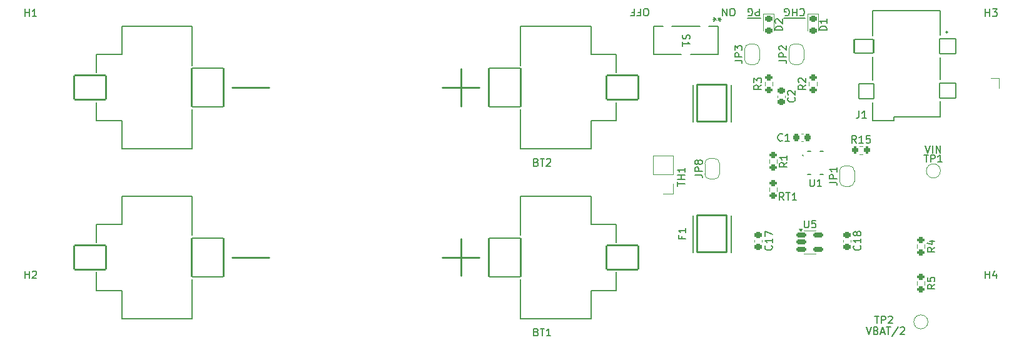
<source format=gto>
%TF.GenerationSoftware,KiCad,Pcbnew,8.0.5*%
%TF.CreationDate,2024-12-09T00:18:15-08:00*%
%TF.ProjectId,newbatt,6e657762-6174-4742-9e6b-696361645f70,3*%
%TF.SameCoordinates,Original*%
%TF.FileFunction,Legend,Top*%
%TF.FilePolarity,Positive*%
%FSLAX46Y46*%
G04 Gerber Fmt 4.6, Leading zero omitted, Abs format (unit mm)*
G04 Created by KiCad (PCBNEW 8.0.5) date 2024-12-09 00:18:15*
%MOMM*%
%LPD*%
G01*
G04 APERTURE LIST*
G04 Aperture macros list*
%AMRoundRect*
0 Rectangle with rounded corners*
0 $1 Rounding radius*
0 $2 $3 $4 $5 $6 $7 $8 $9 X,Y pos of 4 corners*
0 Add a 4 corners polygon primitive as box body*
4,1,4,$2,$3,$4,$5,$6,$7,$8,$9,$2,$3,0*
0 Add four circle primitives for the rounded corners*
1,1,$1+$1,$2,$3*
1,1,$1+$1,$4,$5*
1,1,$1+$1,$6,$7*
1,1,$1+$1,$8,$9*
0 Add four rect primitives between the rounded corners*
20,1,$1+$1,$2,$3,$4,$5,0*
20,1,$1+$1,$4,$5,$6,$7,0*
20,1,$1+$1,$6,$7,$8,$9,0*
20,1,$1+$1,$8,$9,$2,$3,0*%
%AMFreePoly0*
4,1,19,0.500000,-0.750000,0.000000,-0.750000,0.000000,-0.744911,-0.071157,-0.744911,-0.207708,-0.704816,-0.327430,-0.627875,-0.420627,-0.520320,-0.479746,-0.390866,-0.500000,-0.250000,-0.500000,0.250000,-0.479746,0.390866,-0.420627,0.520320,-0.327430,0.627875,-0.207708,0.704816,-0.071157,0.744911,0.000000,0.744911,0.000000,0.750000,0.500000,0.750000,0.500000,-0.750000,0.500000,-0.750000,
$1*%
%AMFreePoly1*
4,1,19,0.000000,0.744911,0.071157,0.744911,0.207708,0.704816,0.327430,0.627875,0.420627,0.520320,0.479746,0.390866,0.500000,0.250000,0.500000,-0.250000,0.479746,-0.390866,0.420627,-0.520320,0.327430,-0.627875,0.207708,-0.704816,0.071157,-0.744911,0.000000,-0.744911,0.000000,-0.750000,-0.500000,-0.750000,-0.500000,0.750000,0.000000,0.750000,0.000000,0.744911,0.000000,0.744911,
$1*%
G04 Aperture macros list end*
%ADD10C,0.250000*%
%ADD11C,0.150000*%
%ADD12C,0.120000*%
%ADD13C,0.127000*%
%ADD14C,0.152400*%
%ADD15C,0.200000*%
%ADD16C,0.000000*%
%ADD17C,1.500000*%
%ADD18FreePoly0,90.000000*%
%ADD19FreePoly1,90.000000*%
%ADD20RoundRect,0.102000X2.000000X-2.500000X2.000000X2.500000X-2.000000X2.500000X-2.000000X-2.500000X0*%
%ADD21C,3.600000*%
%ADD22C,5.700000*%
%ADD23R,0.558800X2.971800*%
%ADD24RoundRect,0.200000X0.275000X-0.200000X0.275000X0.200000X-0.275000X0.200000X-0.275000X-0.200000X0*%
%ADD25RoundRect,0.102000X2.150000X1.650000X-2.150000X1.650000X-2.150000X-1.650000X2.150000X-1.650000X0*%
%ADD26RoundRect,0.102000X2.150000X2.600000X-2.150000X2.600000X-2.150000X-2.600000X2.150000X-2.600000X0*%
%ADD27RoundRect,0.150000X-0.512500X-0.150000X0.512500X-0.150000X0.512500X0.150000X-0.512500X0.150000X0*%
%ADD28RoundRect,0.225000X-0.250000X0.225000X-0.250000X-0.225000X0.250000X-0.225000X0.250000X0.225000X0*%
%ADD29RoundRect,0.225000X0.225000X0.250000X-0.225000X0.250000X-0.225000X-0.250000X0.225000X-0.250000X0*%
%ADD30RoundRect,0.200000X-0.275000X0.200000X-0.275000X-0.200000X0.275000X-0.200000X0.275000X0.200000X0*%
%ADD31R,1.700000X1.700000*%
%ADD32O,1.700000X1.700000*%
%ADD33RoundRect,0.218750X-0.256250X0.218750X-0.256250X-0.218750X0.256250X-0.218750X0.256250X0.218750X0*%
%ADD34C,1.900000*%
%ADD35C,1.700000*%
%ADD36RoundRect,0.102000X1.100000X-1.000000X1.100000X1.000000X-1.100000X1.000000X-1.100000X-1.000000X0*%
%ADD37RoundRect,0.102000X1.300000X-0.950000X1.300000X0.950000X-1.300000X0.950000X-1.300000X-0.950000X0*%
%ADD38RoundRect,0.102000X1.000000X-1.000000X1.000000X1.000000X-1.000000X1.000000X-1.000000X-1.000000X0*%
%ADD39R,0.660400X0.304800*%
%ADD40C,0.508000*%
%ADD41R,0.939800X2.514600*%
%ADD42RoundRect,0.200000X-0.200000X-0.275000X0.200000X-0.275000X0.200000X0.275000X-0.200000X0.275000X0*%
G04 APERTURE END LIST*
D10*
X77750000Y-46500000D02*
X77750000Y-51500000D01*
X75250000Y-26000000D02*
X80250000Y-26000000D01*
X46750000Y-49000000D02*
X51750000Y-49000000D01*
X46750000Y-26000000D02*
X51750000Y-26000000D01*
X75250000Y-49000000D02*
X80250000Y-49000000D01*
X77750000Y-23500000D02*
X77750000Y-28500000D01*
D11*
X102902380Y-16295180D02*
X102711904Y-16295180D01*
X102711904Y-16295180D02*
X102616666Y-16247561D01*
X102616666Y-16247561D02*
X102521428Y-16152323D01*
X102521428Y-16152323D02*
X102473809Y-15961847D01*
X102473809Y-15961847D02*
X102473809Y-15628514D01*
X102473809Y-15628514D02*
X102521428Y-15438038D01*
X102521428Y-15438038D02*
X102616666Y-15342800D01*
X102616666Y-15342800D02*
X102711904Y-15295180D01*
X102711904Y-15295180D02*
X102902380Y-15295180D01*
X102902380Y-15295180D02*
X102997618Y-15342800D01*
X102997618Y-15342800D02*
X103092856Y-15438038D01*
X103092856Y-15438038D02*
X103140475Y-15628514D01*
X103140475Y-15628514D02*
X103140475Y-15961847D01*
X103140475Y-15961847D02*
X103092856Y-16152323D01*
X103092856Y-16152323D02*
X102997618Y-16247561D01*
X102997618Y-16247561D02*
X102902380Y-16295180D01*
X101711904Y-15818990D02*
X102045237Y-15818990D01*
X102045237Y-15295180D02*
X102045237Y-16295180D01*
X102045237Y-16295180D02*
X101569047Y-16295180D01*
X100854761Y-15818990D02*
X101188094Y-15818990D01*
X101188094Y-15295180D02*
X101188094Y-16295180D01*
X101188094Y-16295180D02*
X100711904Y-16295180D01*
X132607143Y-58454819D02*
X132940476Y-59454819D01*
X132940476Y-59454819D02*
X133273809Y-58454819D01*
X133940476Y-58931009D02*
X134083333Y-58978628D01*
X134083333Y-58978628D02*
X134130952Y-59026247D01*
X134130952Y-59026247D02*
X134178571Y-59121485D01*
X134178571Y-59121485D02*
X134178571Y-59264342D01*
X134178571Y-59264342D02*
X134130952Y-59359580D01*
X134130952Y-59359580D02*
X134083333Y-59407200D01*
X134083333Y-59407200D02*
X133988095Y-59454819D01*
X133988095Y-59454819D02*
X133607143Y-59454819D01*
X133607143Y-59454819D02*
X133607143Y-58454819D01*
X133607143Y-58454819D02*
X133940476Y-58454819D01*
X133940476Y-58454819D02*
X134035714Y-58502438D01*
X134035714Y-58502438D02*
X134083333Y-58550057D01*
X134083333Y-58550057D02*
X134130952Y-58645295D01*
X134130952Y-58645295D02*
X134130952Y-58740533D01*
X134130952Y-58740533D02*
X134083333Y-58835771D01*
X134083333Y-58835771D02*
X134035714Y-58883390D01*
X134035714Y-58883390D02*
X133940476Y-58931009D01*
X133940476Y-58931009D02*
X133607143Y-58931009D01*
X134559524Y-59169104D02*
X135035714Y-59169104D01*
X134464286Y-59454819D02*
X134797619Y-58454819D01*
X134797619Y-58454819D02*
X135130952Y-59454819D01*
X135321429Y-58454819D02*
X135892857Y-58454819D01*
X135607143Y-59454819D02*
X135607143Y-58454819D01*
X136940476Y-58407200D02*
X136083334Y-59692914D01*
X137226191Y-58550057D02*
X137273810Y-58502438D01*
X137273810Y-58502438D02*
X137369048Y-58454819D01*
X137369048Y-58454819D02*
X137607143Y-58454819D01*
X137607143Y-58454819D02*
X137702381Y-58502438D01*
X137702381Y-58502438D02*
X137750000Y-58550057D01*
X137750000Y-58550057D02*
X137797619Y-58645295D01*
X137797619Y-58645295D02*
X137797619Y-58740533D01*
X137797619Y-58740533D02*
X137750000Y-58883390D01*
X137750000Y-58883390D02*
X137178572Y-59454819D01*
X137178572Y-59454819D02*
X137797619Y-59454819D01*
X123614285Y-15390419D02*
X123661904Y-15342800D01*
X123661904Y-15342800D02*
X123804761Y-15295180D01*
X123804761Y-15295180D02*
X123899999Y-15295180D01*
X123899999Y-15295180D02*
X124042856Y-15342800D01*
X124042856Y-15342800D02*
X124138094Y-15438038D01*
X124138094Y-15438038D02*
X124185713Y-15533276D01*
X124185713Y-15533276D02*
X124233332Y-15723752D01*
X124233332Y-15723752D02*
X124233332Y-15866609D01*
X124233332Y-15866609D02*
X124185713Y-16057085D01*
X124185713Y-16057085D02*
X124138094Y-16152323D01*
X124138094Y-16152323D02*
X124042856Y-16247561D01*
X124042856Y-16247561D02*
X123899999Y-16295180D01*
X123899999Y-16295180D02*
X123804761Y-16295180D01*
X123804761Y-16295180D02*
X123661904Y-16247561D01*
X123661904Y-16247561D02*
X123614285Y-16199942D01*
X123185713Y-15295180D02*
X123185713Y-16295180D01*
X123185713Y-15818990D02*
X122614285Y-15818990D01*
X122614285Y-15295180D02*
X122614285Y-16295180D01*
X121614285Y-16247561D02*
X121709523Y-16295180D01*
X121709523Y-16295180D02*
X121852380Y-16295180D01*
X121852380Y-16295180D02*
X121995237Y-16247561D01*
X121995237Y-16247561D02*
X122090475Y-16152323D01*
X122090475Y-16152323D02*
X122138094Y-16057085D01*
X122138094Y-16057085D02*
X122185713Y-15866609D01*
X122185713Y-15866609D02*
X122185713Y-15723752D01*
X122185713Y-15723752D02*
X122138094Y-15533276D01*
X122138094Y-15533276D02*
X122090475Y-15438038D01*
X122090475Y-15438038D02*
X121995237Y-15342800D01*
X121995237Y-15342800D02*
X121852380Y-15295180D01*
X121852380Y-15295180D02*
X121757142Y-15295180D01*
X121757142Y-15295180D02*
X121614285Y-15342800D01*
X121614285Y-15342800D02*
X121566666Y-15390419D01*
X121566666Y-15390419D02*
X121566666Y-15723752D01*
X121566666Y-15723752D02*
X121757142Y-15723752D01*
X124323809Y-16572800D02*
X121476190Y-16572800D01*
X140604762Y-33854819D02*
X140938095Y-34854819D01*
X140938095Y-34854819D02*
X141271428Y-33854819D01*
X141604762Y-34854819D02*
X141604762Y-33854819D01*
X142080952Y-34854819D02*
X142080952Y-33854819D01*
X142080952Y-33854819D02*
X142652380Y-34854819D01*
X142652380Y-34854819D02*
X142652380Y-33854819D01*
X114569047Y-16295180D02*
X114378571Y-16295180D01*
X114378571Y-16295180D02*
X114283333Y-16247561D01*
X114283333Y-16247561D02*
X114188095Y-16152323D01*
X114188095Y-16152323D02*
X114140476Y-15961847D01*
X114140476Y-15961847D02*
X114140476Y-15628514D01*
X114140476Y-15628514D02*
X114188095Y-15438038D01*
X114188095Y-15438038D02*
X114283333Y-15342800D01*
X114283333Y-15342800D02*
X114378571Y-15295180D01*
X114378571Y-15295180D02*
X114569047Y-15295180D01*
X114569047Y-15295180D02*
X114664285Y-15342800D01*
X114664285Y-15342800D02*
X114759523Y-15438038D01*
X114759523Y-15438038D02*
X114807142Y-15628514D01*
X114807142Y-15628514D02*
X114807142Y-15961847D01*
X114807142Y-15961847D02*
X114759523Y-16152323D01*
X114759523Y-16152323D02*
X114664285Y-16247561D01*
X114664285Y-16247561D02*
X114569047Y-16295180D01*
X113711904Y-15295180D02*
X113711904Y-16295180D01*
X113711904Y-16295180D02*
X113140476Y-15295180D01*
X113140476Y-15295180D02*
X113140476Y-16295180D01*
X118161904Y-15295180D02*
X118161904Y-16295180D01*
X118161904Y-16295180D02*
X117780952Y-16295180D01*
X117780952Y-16295180D02*
X117685714Y-16247561D01*
X117685714Y-16247561D02*
X117638095Y-16199942D01*
X117638095Y-16199942D02*
X117590476Y-16104704D01*
X117590476Y-16104704D02*
X117590476Y-15961847D01*
X117590476Y-15961847D02*
X117638095Y-15866609D01*
X117638095Y-15866609D02*
X117685714Y-15818990D01*
X117685714Y-15818990D02*
X117780952Y-15771371D01*
X117780952Y-15771371D02*
X118161904Y-15771371D01*
X116638095Y-16247561D02*
X116733333Y-16295180D01*
X116733333Y-16295180D02*
X116876190Y-16295180D01*
X116876190Y-16295180D02*
X117019047Y-16247561D01*
X117019047Y-16247561D02*
X117114285Y-16152323D01*
X117114285Y-16152323D02*
X117161904Y-16057085D01*
X117161904Y-16057085D02*
X117209523Y-15866609D01*
X117209523Y-15866609D02*
X117209523Y-15723752D01*
X117209523Y-15723752D02*
X117161904Y-15533276D01*
X117161904Y-15533276D02*
X117114285Y-15438038D01*
X117114285Y-15438038D02*
X117019047Y-15342800D01*
X117019047Y-15342800D02*
X116876190Y-15295180D01*
X116876190Y-15295180D02*
X116780952Y-15295180D01*
X116780952Y-15295180D02*
X116638095Y-15342800D01*
X116638095Y-15342800D02*
X116590476Y-15390419D01*
X116590476Y-15390419D02*
X116590476Y-15723752D01*
X116590476Y-15723752D02*
X116780952Y-15723752D01*
X118300000Y-16572800D02*
X116500000Y-16572800D01*
X133738095Y-56954819D02*
X134309523Y-56954819D01*
X134023809Y-57954819D02*
X134023809Y-56954819D01*
X134642857Y-57954819D02*
X134642857Y-56954819D01*
X134642857Y-56954819D02*
X135023809Y-56954819D01*
X135023809Y-56954819D02*
X135119047Y-57002438D01*
X135119047Y-57002438D02*
X135166666Y-57050057D01*
X135166666Y-57050057D02*
X135214285Y-57145295D01*
X135214285Y-57145295D02*
X135214285Y-57288152D01*
X135214285Y-57288152D02*
X135166666Y-57383390D01*
X135166666Y-57383390D02*
X135119047Y-57431009D01*
X135119047Y-57431009D02*
X135023809Y-57478628D01*
X135023809Y-57478628D02*
X134642857Y-57478628D01*
X135595238Y-57050057D02*
X135642857Y-57002438D01*
X135642857Y-57002438D02*
X135738095Y-56954819D01*
X135738095Y-56954819D02*
X135976190Y-56954819D01*
X135976190Y-56954819D02*
X136071428Y-57002438D01*
X136071428Y-57002438D02*
X136119047Y-57050057D01*
X136119047Y-57050057D02*
X136166666Y-57145295D01*
X136166666Y-57145295D02*
X136166666Y-57240533D01*
X136166666Y-57240533D02*
X136119047Y-57383390D01*
X136119047Y-57383390D02*
X135547619Y-57954819D01*
X135547619Y-57954819D02*
X136166666Y-57954819D01*
X109404819Y-37833333D02*
X110119104Y-37833333D01*
X110119104Y-37833333D02*
X110261961Y-37880952D01*
X110261961Y-37880952D02*
X110357200Y-37976190D01*
X110357200Y-37976190D02*
X110404819Y-38119047D01*
X110404819Y-38119047D02*
X110404819Y-38214285D01*
X110404819Y-37357142D02*
X109404819Y-37357142D01*
X109404819Y-37357142D02*
X109404819Y-36976190D01*
X109404819Y-36976190D02*
X109452438Y-36880952D01*
X109452438Y-36880952D02*
X109500057Y-36833333D01*
X109500057Y-36833333D02*
X109595295Y-36785714D01*
X109595295Y-36785714D02*
X109738152Y-36785714D01*
X109738152Y-36785714D02*
X109833390Y-36833333D01*
X109833390Y-36833333D02*
X109881009Y-36880952D01*
X109881009Y-36880952D02*
X109928628Y-36976190D01*
X109928628Y-36976190D02*
X109928628Y-37357142D01*
X109833390Y-36214285D02*
X109785771Y-36309523D01*
X109785771Y-36309523D02*
X109738152Y-36357142D01*
X109738152Y-36357142D02*
X109642914Y-36404761D01*
X109642914Y-36404761D02*
X109595295Y-36404761D01*
X109595295Y-36404761D02*
X109500057Y-36357142D01*
X109500057Y-36357142D02*
X109452438Y-36309523D01*
X109452438Y-36309523D02*
X109404819Y-36214285D01*
X109404819Y-36214285D02*
X109404819Y-36023809D01*
X109404819Y-36023809D02*
X109452438Y-35928571D01*
X109452438Y-35928571D02*
X109500057Y-35880952D01*
X109500057Y-35880952D02*
X109595295Y-35833333D01*
X109595295Y-35833333D02*
X109642914Y-35833333D01*
X109642914Y-35833333D02*
X109738152Y-35880952D01*
X109738152Y-35880952D02*
X109785771Y-35928571D01*
X109785771Y-35928571D02*
X109833390Y-36023809D01*
X109833390Y-36023809D02*
X109833390Y-36214285D01*
X109833390Y-36214285D02*
X109881009Y-36309523D01*
X109881009Y-36309523D02*
X109928628Y-36357142D01*
X109928628Y-36357142D02*
X110023866Y-36404761D01*
X110023866Y-36404761D02*
X110214342Y-36404761D01*
X110214342Y-36404761D02*
X110309580Y-36357142D01*
X110309580Y-36357142D02*
X110357200Y-36309523D01*
X110357200Y-36309523D02*
X110404819Y-36214285D01*
X110404819Y-36214285D02*
X110404819Y-36023809D01*
X110404819Y-36023809D02*
X110357200Y-35928571D01*
X110357200Y-35928571D02*
X110309580Y-35880952D01*
X110309580Y-35880952D02*
X110214342Y-35833333D01*
X110214342Y-35833333D02*
X110023866Y-35833333D01*
X110023866Y-35833333D02*
X109928628Y-35880952D01*
X109928628Y-35880952D02*
X109881009Y-35928571D01*
X109881009Y-35928571D02*
X109833390Y-36023809D01*
X107666009Y-46138333D02*
X107666009Y-46471666D01*
X108189819Y-46471666D02*
X107189819Y-46471666D01*
X107189819Y-46471666D02*
X107189819Y-45995476D01*
X108189819Y-45090714D02*
X108189819Y-45662142D01*
X108189819Y-45376428D02*
X107189819Y-45376428D01*
X107189819Y-45376428D02*
X107332676Y-45471666D01*
X107332676Y-45471666D02*
X107427914Y-45566904D01*
X107427914Y-45566904D02*
X107475533Y-45662142D01*
X148738095Y-51854819D02*
X148738095Y-50854819D01*
X148738095Y-51331009D02*
X149309523Y-51331009D01*
X149309523Y-51854819D02*
X149309523Y-50854819D01*
X150214285Y-51188152D02*
X150214285Y-51854819D01*
X149976190Y-50807200D02*
X149738095Y-51521485D01*
X149738095Y-51521485D02*
X150357142Y-51521485D01*
X18738095Y-16354819D02*
X18738095Y-15354819D01*
X18738095Y-15831009D02*
X19309523Y-15831009D01*
X19309523Y-16354819D02*
X19309523Y-15354819D01*
X20309523Y-16354819D02*
X19738095Y-16354819D01*
X20023809Y-16354819D02*
X20023809Y-15354819D01*
X20023809Y-15354819D02*
X19928571Y-15497676D01*
X19928571Y-15497676D02*
X19833333Y-15592914D01*
X19833333Y-15592914D02*
X19738095Y-15640533D01*
X107792800Y-18854295D02*
X107745180Y-18997152D01*
X107745180Y-18997152D02*
X107745180Y-19235247D01*
X107745180Y-19235247D02*
X107792800Y-19330485D01*
X107792800Y-19330485D02*
X107840419Y-19378104D01*
X107840419Y-19378104D02*
X107935657Y-19425723D01*
X107935657Y-19425723D02*
X108030895Y-19425723D01*
X108030895Y-19425723D02*
X108126133Y-19378104D01*
X108126133Y-19378104D02*
X108173752Y-19330485D01*
X108173752Y-19330485D02*
X108221371Y-19235247D01*
X108221371Y-19235247D02*
X108268990Y-19044771D01*
X108268990Y-19044771D02*
X108316609Y-18949533D01*
X108316609Y-18949533D02*
X108364228Y-18901914D01*
X108364228Y-18901914D02*
X108459466Y-18854295D01*
X108459466Y-18854295D02*
X108554704Y-18854295D01*
X108554704Y-18854295D02*
X108649942Y-18901914D01*
X108649942Y-18901914D02*
X108697561Y-18949533D01*
X108697561Y-18949533D02*
X108745180Y-19044771D01*
X108745180Y-19044771D02*
X108745180Y-19282866D01*
X108745180Y-19282866D02*
X108697561Y-19425723D01*
X107745180Y-20378104D02*
X107745180Y-19806676D01*
X107745180Y-20092390D02*
X108745180Y-20092390D01*
X108745180Y-20092390D02*
X108602323Y-19997152D01*
X108602323Y-19997152D02*
X108507085Y-19901914D01*
X108507085Y-19901914D02*
X108459466Y-19806676D01*
X112946980Y-16746000D02*
X112708885Y-16746000D01*
X112804123Y-16507905D02*
X112708885Y-16746000D01*
X112708885Y-16746000D02*
X112804123Y-16984095D01*
X112518409Y-16603143D02*
X112708885Y-16746000D01*
X112708885Y-16746000D02*
X112518409Y-16888857D01*
X111856619Y-16745999D02*
X112094714Y-16745999D01*
X111999476Y-16984094D02*
X112094714Y-16745999D01*
X112094714Y-16745999D02*
X111999476Y-16507904D01*
X112285190Y-16888856D02*
X112094714Y-16745999D01*
X112094714Y-16745999D02*
X112285190Y-16603142D01*
X124424819Y-25666666D02*
X123948628Y-25999999D01*
X124424819Y-26238094D02*
X123424819Y-26238094D01*
X123424819Y-26238094D02*
X123424819Y-25857142D01*
X123424819Y-25857142D02*
X123472438Y-25761904D01*
X123472438Y-25761904D02*
X123520057Y-25714285D01*
X123520057Y-25714285D02*
X123615295Y-25666666D01*
X123615295Y-25666666D02*
X123758152Y-25666666D01*
X123758152Y-25666666D02*
X123853390Y-25714285D01*
X123853390Y-25714285D02*
X123901009Y-25761904D01*
X123901009Y-25761904D02*
X123948628Y-25857142D01*
X123948628Y-25857142D02*
X123948628Y-26238094D01*
X123520057Y-25285713D02*
X123472438Y-25238094D01*
X123472438Y-25238094D02*
X123424819Y-25142856D01*
X123424819Y-25142856D02*
X123424819Y-24904761D01*
X123424819Y-24904761D02*
X123472438Y-24809523D01*
X123472438Y-24809523D02*
X123520057Y-24761904D01*
X123520057Y-24761904D02*
X123615295Y-24714285D01*
X123615295Y-24714285D02*
X123710533Y-24714285D01*
X123710533Y-24714285D02*
X123853390Y-24761904D01*
X123853390Y-24761904D02*
X124424819Y-25333332D01*
X124424819Y-25333332D02*
X124424819Y-24714285D01*
X87949285Y-36121009D02*
X88092142Y-36168628D01*
X88092142Y-36168628D02*
X88139761Y-36216247D01*
X88139761Y-36216247D02*
X88187380Y-36311485D01*
X88187380Y-36311485D02*
X88187380Y-36454342D01*
X88187380Y-36454342D02*
X88139761Y-36549580D01*
X88139761Y-36549580D02*
X88092142Y-36597200D01*
X88092142Y-36597200D02*
X87996904Y-36644819D01*
X87996904Y-36644819D02*
X87615952Y-36644819D01*
X87615952Y-36644819D02*
X87615952Y-35644819D01*
X87615952Y-35644819D02*
X87949285Y-35644819D01*
X87949285Y-35644819D02*
X88044523Y-35692438D01*
X88044523Y-35692438D02*
X88092142Y-35740057D01*
X88092142Y-35740057D02*
X88139761Y-35835295D01*
X88139761Y-35835295D02*
X88139761Y-35930533D01*
X88139761Y-35930533D02*
X88092142Y-36025771D01*
X88092142Y-36025771D02*
X88044523Y-36073390D01*
X88044523Y-36073390D02*
X87949285Y-36121009D01*
X87949285Y-36121009D02*
X87615952Y-36121009D01*
X88473095Y-35644819D02*
X89044523Y-35644819D01*
X88758809Y-36644819D02*
X88758809Y-35644819D01*
X89330238Y-35740057D02*
X89377857Y-35692438D01*
X89377857Y-35692438D02*
X89473095Y-35644819D01*
X89473095Y-35644819D02*
X89711190Y-35644819D01*
X89711190Y-35644819D02*
X89806428Y-35692438D01*
X89806428Y-35692438D02*
X89854047Y-35740057D01*
X89854047Y-35740057D02*
X89901666Y-35835295D01*
X89901666Y-35835295D02*
X89901666Y-35930533D01*
X89901666Y-35930533D02*
X89854047Y-36073390D01*
X89854047Y-36073390D02*
X89282619Y-36644819D01*
X89282619Y-36644819D02*
X89901666Y-36644819D01*
X87949285Y-59121009D02*
X88092142Y-59168628D01*
X88092142Y-59168628D02*
X88139761Y-59216247D01*
X88139761Y-59216247D02*
X88187380Y-59311485D01*
X88187380Y-59311485D02*
X88187380Y-59454342D01*
X88187380Y-59454342D02*
X88139761Y-59549580D01*
X88139761Y-59549580D02*
X88092142Y-59597200D01*
X88092142Y-59597200D02*
X87996904Y-59644819D01*
X87996904Y-59644819D02*
X87615952Y-59644819D01*
X87615952Y-59644819D02*
X87615952Y-58644819D01*
X87615952Y-58644819D02*
X87949285Y-58644819D01*
X87949285Y-58644819D02*
X88044523Y-58692438D01*
X88044523Y-58692438D02*
X88092142Y-58740057D01*
X88092142Y-58740057D02*
X88139761Y-58835295D01*
X88139761Y-58835295D02*
X88139761Y-58930533D01*
X88139761Y-58930533D02*
X88092142Y-59025771D01*
X88092142Y-59025771D02*
X88044523Y-59073390D01*
X88044523Y-59073390D02*
X87949285Y-59121009D01*
X87949285Y-59121009D02*
X87615952Y-59121009D01*
X88473095Y-58644819D02*
X89044523Y-58644819D01*
X88758809Y-59644819D02*
X88758809Y-58644819D01*
X89901666Y-59644819D02*
X89330238Y-59644819D01*
X89615952Y-59644819D02*
X89615952Y-58644819D01*
X89615952Y-58644819D02*
X89520714Y-58787676D01*
X89520714Y-58787676D02*
X89425476Y-58882914D01*
X89425476Y-58882914D02*
X89330238Y-58930533D01*
X124238095Y-44004819D02*
X124238095Y-44814342D01*
X124238095Y-44814342D02*
X124285714Y-44909580D01*
X124285714Y-44909580D02*
X124333333Y-44957200D01*
X124333333Y-44957200D02*
X124428571Y-45004819D01*
X124428571Y-45004819D02*
X124619047Y-45004819D01*
X124619047Y-45004819D02*
X124714285Y-44957200D01*
X124714285Y-44957200D02*
X124761904Y-44909580D01*
X124761904Y-44909580D02*
X124809523Y-44814342D01*
X124809523Y-44814342D02*
X124809523Y-44004819D01*
X125761904Y-44004819D02*
X125285714Y-44004819D01*
X125285714Y-44004819D02*
X125238095Y-44481009D01*
X125238095Y-44481009D02*
X125285714Y-44433390D01*
X125285714Y-44433390D02*
X125380952Y-44385771D01*
X125380952Y-44385771D02*
X125619047Y-44385771D01*
X125619047Y-44385771D02*
X125714285Y-44433390D01*
X125714285Y-44433390D02*
X125761904Y-44481009D01*
X125761904Y-44481009D02*
X125809523Y-44576247D01*
X125809523Y-44576247D02*
X125809523Y-44814342D01*
X125809523Y-44814342D02*
X125761904Y-44909580D01*
X125761904Y-44909580D02*
X125714285Y-44957200D01*
X125714285Y-44957200D02*
X125619047Y-45004819D01*
X125619047Y-45004819D02*
X125380952Y-45004819D01*
X125380952Y-45004819D02*
X125285714Y-44957200D01*
X125285714Y-44957200D02*
X125238095Y-44909580D01*
X127654819Y-38833333D02*
X128369104Y-38833333D01*
X128369104Y-38833333D02*
X128511961Y-38880952D01*
X128511961Y-38880952D02*
X128607200Y-38976190D01*
X128607200Y-38976190D02*
X128654819Y-39119047D01*
X128654819Y-39119047D02*
X128654819Y-39214285D01*
X128654819Y-38357142D02*
X127654819Y-38357142D01*
X127654819Y-38357142D02*
X127654819Y-37976190D01*
X127654819Y-37976190D02*
X127702438Y-37880952D01*
X127702438Y-37880952D02*
X127750057Y-37833333D01*
X127750057Y-37833333D02*
X127845295Y-37785714D01*
X127845295Y-37785714D02*
X127988152Y-37785714D01*
X127988152Y-37785714D02*
X128083390Y-37833333D01*
X128083390Y-37833333D02*
X128131009Y-37880952D01*
X128131009Y-37880952D02*
X128178628Y-37976190D01*
X128178628Y-37976190D02*
X128178628Y-38357142D01*
X128654819Y-36833333D02*
X128654819Y-37404761D01*
X128654819Y-37119047D02*
X127654819Y-37119047D01*
X127654819Y-37119047D02*
X127797676Y-37214285D01*
X127797676Y-37214285D02*
X127892914Y-37309523D01*
X127892914Y-37309523D02*
X127940533Y-37404761D01*
X148738095Y-16354819D02*
X148738095Y-15354819D01*
X148738095Y-15831009D02*
X149309523Y-15831009D01*
X149309523Y-16354819D02*
X149309523Y-15354819D01*
X149690476Y-15354819D02*
X150309523Y-15354819D01*
X150309523Y-15354819D02*
X149976190Y-15735771D01*
X149976190Y-15735771D02*
X150119047Y-15735771D01*
X150119047Y-15735771D02*
X150214285Y-15783390D01*
X150214285Y-15783390D02*
X150261904Y-15831009D01*
X150261904Y-15831009D02*
X150309523Y-15926247D01*
X150309523Y-15926247D02*
X150309523Y-16164342D01*
X150309523Y-16164342D02*
X150261904Y-16259580D01*
X150261904Y-16259580D02*
X150214285Y-16307200D01*
X150214285Y-16307200D02*
X150119047Y-16354819D01*
X150119047Y-16354819D02*
X149833333Y-16354819D01*
X149833333Y-16354819D02*
X149738095Y-16307200D01*
X149738095Y-16307200D02*
X149690476Y-16259580D01*
X122889580Y-27366666D02*
X122937200Y-27414285D01*
X122937200Y-27414285D02*
X122984819Y-27557142D01*
X122984819Y-27557142D02*
X122984819Y-27652380D01*
X122984819Y-27652380D02*
X122937200Y-27795237D01*
X122937200Y-27795237D02*
X122841961Y-27890475D01*
X122841961Y-27890475D02*
X122746723Y-27938094D01*
X122746723Y-27938094D02*
X122556247Y-27985713D01*
X122556247Y-27985713D02*
X122413390Y-27985713D01*
X122413390Y-27985713D02*
X122222914Y-27938094D01*
X122222914Y-27938094D02*
X122127676Y-27890475D01*
X122127676Y-27890475D02*
X122032438Y-27795237D01*
X122032438Y-27795237D02*
X121984819Y-27652380D01*
X121984819Y-27652380D02*
X121984819Y-27557142D01*
X121984819Y-27557142D02*
X122032438Y-27414285D01*
X122032438Y-27414285D02*
X122080057Y-27366666D01*
X122080057Y-26985713D02*
X122032438Y-26938094D01*
X122032438Y-26938094D02*
X121984819Y-26842856D01*
X121984819Y-26842856D02*
X121984819Y-26604761D01*
X121984819Y-26604761D02*
X122032438Y-26509523D01*
X122032438Y-26509523D02*
X122080057Y-26461904D01*
X122080057Y-26461904D02*
X122175295Y-26414285D01*
X122175295Y-26414285D02*
X122270533Y-26414285D01*
X122270533Y-26414285D02*
X122413390Y-26461904D01*
X122413390Y-26461904D02*
X122984819Y-27033332D01*
X122984819Y-27033332D02*
X122984819Y-26414285D01*
X121258333Y-33159580D02*
X121210714Y-33207200D01*
X121210714Y-33207200D02*
X121067857Y-33254819D01*
X121067857Y-33254819D02*
X120972619Y-33254819D01*
X120972619Y-33254819D02*
X120829762Y-33207200D01*
X120829762Y-33207200D02*
X120734524Y-33111961D01*
X120734524Y-33111961D02*
X120686905Y-33016723D01*
X120686905Y-33016723D02*
X120639286Y-32826247D01*
X120639286Y-32826247D02*
X120639286Y-32683390D01*
X120639286Y-32683390D02*
X120686905Y-32492914D01*
X120686905Y-32492914D02*
X120734524Y-32397676D01*
X120734524Y-32397676D02*
X120829762Y-32302438D01*
X120829762Y-32302438D02*
X120972619Y-32254819D01*
X120972619Y-32254819D02*
X121067857Y-32254819D01*
X121067857Y-32254819D02*
X121210714Y-32302438D01*
X121210714Y-32302438D02*
X121258333Y-32350057D01*
X122210714Y-33254819D02*
X121639286Y-33254819D01*
X121925000Y-33254819D02*
X121925000Y-32254819D01*
X121925000Y-32254819D02*
X121829762Y-32397676D01*
X121829762Y-32397676D02*
X121734524Y-32492914D01*
X121734524Y-32492914D02*
X121639286Y-32540533D01*
X121884819Y-36166666D02*
X121408628Y-36499999D01*
X121884819Y-36738094D02*
X120884819Y-36738094D01*
X120884819Y-36738094D02*
X120884819Y-36357142D01*
X120884819Y-36357142D02*
X120932438Y-36261904D01*
X120932438Y-36261904D02*
X120980057Y-36214285D01*
X120980057Y-36214285D02*
X121075295Y-36166666D01*
X121075295Y-36166666D02*
X121218152Y-36166666D01*
X121218152Y-36166666D02*
X121313390Y-36214285D01*
X121313390Y-36214285D02*
X121361009Y-36261904D01*
X121361009Y-36261904D02*
X121408628Y-36357142D01*
X121408628Y-36357142D02*
X121408628Y-36738094D01*
X121884819Y-35214285D02*
X121884819Y-35785713D01*
X121884819Y-35499999D02*
X120884819Y-35499999D01*
X120884819Y-35499999D02*
X121027676Y-35595237D01*
X121027676Y-35595237D02*
X121122914Y-35690475D01*
X121122914Y-35690475D02*
X121170533Y-35785713D01*
X119789580Y-47417857D02*
X119837200Y-47465476D01*
X119837200Y-47465476D02*
X119884819Y-47608333D01*
X119884819Y-47608333D02*
X119884819Y-47703571D01*
X119884819Y-47703571D02*
X119837200Y-47846428D01*
X119837200Y-47846428D02*
X119741961Y-47941666D01*
X119741961Y-47941666D02*
X119646723Y-47989285D01*
X119646723Y-47989285D02*
X119456247Y-48036904D01*
X119456247Y-48036904D02*
X119313390Y-48036904D01*
X119313390Y-48036904D02*
X119122914Y-47989285D01*
X119122914Y-47989285D02*
X119027676Y-47941666D01*
X119027676Y-47941666D02*
X118932438Y-47846428D01*
X118932438Y-47846428D02*
X118884819Y-47703571D01*
X118884819Y-47703571D02*
X118884819Y-47608333D01*
X118884819Y-47608333D02*
X118932438Y-47465476D01*
X118932438Y-47465476D02*
X118980057Y-47417857D01*
X119884819Y-46465476D02*
X119884819Y-47036904D01*
X119884819Y-46751190D02*
X118884819Y-46751190D01*
X118884819Y-46751190D02*
X119027676Y-46846428D01*
X119027676Y-46846428D02*
X119122914Y-46941666D01*
X119122914Y-46941666D02*
X119170533Y-47036904D01*
X118884819Y-46132142D02*
X118884819Y-45465476D01*
X118884819Y-45465476D02*
X119884819Y-45894047D01*
X114804819Y-22333333D02*
X115519104Y-22333333D01*
X115519104Y-22333333D02*
X115661961Y-22380952D01*
X115661961Y-22380952D02*
X115757200Y-22476190D01*
X115757200Y-22476190D02*
X115804819Y-22619047D01*
X115804819Y-22619047D02*
X115804819Y-22714285D01*
X115804819Y-21857142D02*
X114804819Y-21857142D01*
X114804819Y-21857142D02*
X114804819Y-21476190D01*
X114804819Y-21476190D02*
X114852438Y-21380952D01*
X114852438Y-21380952D02*
X114900057Y-21333333D01*
X114900057Y-21333333D02*
X114995295Y-21285714D01*
X114995295Y-21285714D02*
X115138152Y-21285714D01*
X115138152Y-21285714D02*
X115233390Y-21333333D01*
X115233390Y-21333333D02*
X115281009Y-21380952D01*
X115281009Y-21380952D02*
X115328628Y-21476190D01*
X115328628Y-21476190D02*
X115328628Y-21857142D01*
X114804819Y-20952380D02*
X114804819Y-20333333D01*
X114804819Y-20333333D02*
X115185771Y-20666666D01*
X115185771Y-20666666D02*
X115185771Y-20523809D01*
X115185771Y-20523809D02*
X115233390Y-20428571D01*
X115233390Y-20428571D02*
X115281009Y-20380952D01*
X115281009Y-20380952D02*
X115376247Y-20333333D01*
X115376247Y-20333333D02*
X115614342Y-20333333D01*
X115614342Y-20333333D02*
X115709580Y-20380952D01*
X115709580Y-20380952D02*
X115757200Y-20428571D01*
X115757200Y-20428571D02*
X115804819Y-20523809D01*
X115804819Y-20523809D02*
X115804819Y-20809523D01*
X115804819Y-20809523D02*
X115757200Y-20904761D01*
X115757200Y-20904761D02*
X115709580Y-20952380D01*
X140438095Y-35106819D02*
X141009523Y-35106819D01*
X140723809Y-36106819D02*
X140723809Y-35106819D01*
X141342857Y-36106819D02*
X141342857Y-35106819D01*
X141342857Y-35106819D02*
X141723809Y-35106819D01*
X141723809Y-35106819D02*
X141819047Y-35154438D01*
X141819047Y-35154438D02*
X141866666Y-35202057D01*
X141866666Y-35202057D02*
X141914285Y-35297295D01*
X141914285Y-35297295D02*
X141914285Y-35440152D01*
X141914285Y-35440152D02*
X141866666Y-35535390D01*
X141866666Y-35535390D02*
X141819047Y-35583009D01*
X141819047Y-35583009D02*
X141723809Y-35630628D01*
X141723809Y-35630628D02*
X141342857Y-35630628D01*
X142866666Y-36106819D02*
X142295238Y-36106819D01*
X142580952Y-36106819D02*
X142580952Y-35106819D01*
X142580952Y-35106819D02*
X142485714Y-35249676D01*
X142485714Y-35249676D02*
X142390476Y-35344914D01*
X142390476Y-35344914D02*
X142295238Y-35392533D01*
X121284819Y-18238094D02*
X120284819Y-18238094D01*
X120284819Y-18238094D02*
X120284819Y-17999999D01*
X120284819Y-17999999D02*
X120332438Y-17857142D01*
X120332438Y-17857142D02*
X120427676Y-17761904D01*
X120427676Y-17761904D02*
X120522914Y-17714285D01*
X120522914Y-17714285D02*
X120713390Y-17666666D01*
X120713390Y-17666666D02*
X120856247Y-17666666D01*
X120856247Y-17666666D02*
X121046723Y-17714285D01*
X121046723Y-17714285D02*
X121141961Y-17761904D01*
X121141961Y-17761904D02*
X121237200Y-17857142D01*
X121237200Y-17857142D02*
X121284819Y-17999999D01*
X121284819Y-17999999D02*
X121284819Y-18238094D01*
X120380057Y-17285713D02*
X120332438Y-17238094D01*
X120332438Y-17238094D02*
X120284819Y-17142856D01*
X120284819Y-17142856D02*
X120284819Y-16904761D01*
X120284819Y-16904761D02*
X120332438Y-16809523D01*
X120332438Y-16809523D02*
X120380057Y-16761904D01*
X120380057Y-16761904D02*
X120475295Y-16714285D01*
X120475295Y-16714285D02*
X120570533Y-16714285D01*
X120570533Y-16714285D02*
X120713390Y-16761904D01*
X120713390Y-16761904D02*
X121284819Y-17333332D01*
X121284819Y-17333332D02*
X121284819Y-16714285D01*
X121452380Y-41254819D02*
X121119047Y-40778628D01*
X120880952Y-41254819D02*
X120880952Y-40254819D01*
X120880952Y-40254819D02*
X121261904Y-40254819D01*
X121261904Y-40254819D02*
X121357142Y-40302438D01*
X121357142Y-40302438D02*
X121404761Y-40350057D01*
X121404761Y-40350057D02*
X121452380Y-40445295D01*
X121452380Y-40445295D02*
X121452380Y-40588152D01*
X121452380Y-40588152D02*
X121404761Y-40683390D01*
X121404761Y-40683390D02*
X121357142Y-40731009D01*
X121357142Y-40731009D02*
X121261904Y-40778628D01*
X121261904Y-40778628D02*
X120880952Y-40778628D01*
X121738095Y-40254819D02*
X122309523Y-40254819D01*
X122023809Y-41254819D02*
X122023809Y-40254819D01*
X123166666Y-41254819D02*
X122595238Y-41254819D01*
X122880952Y-41254819D02*
X122880952Y-40254819D01*
X122880952Y-40254819D02*
X122785714Y-40397676D01*
X122785714Y-40397676D02*
X122690476Y-40492914D01*
X122690476Y-40492914D02*
X122595238Y-40540533D01*
X131616666Y-29154819D02*
X131616666Y-29869104D01*
X131616666Y-29869104D02*
X131569047Y-30011961D01*
X131569047Y-30011961D02*
X131473809Y-30107200D01*
X131473809Y-30107200D02*
X131330952Y-30154819D01*
X131330952Y-30154819D02*
X131235714Y-30154819D01*
X132616666Y-30154819D02*
X132045238Y-30154819D01*
X132330952Y-30154819D02*
X132330952Y-29154819D01*
X132330952Y-29154819D02*
X132235714Y-29297676D01*
X132235714Y-29297676D02*
X132140476Y-29392914D01*
X132140476Y-29392914D02*
X132045238Y-29440533D01*
X124988095Y-38417419D02*
X124988095Y-39226942D01*
X124988095Y-39226942D02*
X125035714Y-39322180D01*
X125035714Y-39322180D02*
X125083333Y-39369800D01*
X125083333Y-39369800D02*
X125178571Y-39417419D01*
X125178571Y-39417419D02*
X125369047Y-39417419D01*
X125369047Y-39417419D02*
X125464285Y-39369800D01*
X125464285Y-39369800D02*
X125511904Y-39322180D01*
X125511904Y-39322180D02*
X125559523Y-39226942D01*
X125559523Y-39226942D02*
X125559523Y-38417419D01*
X126559523Y-39417419D02*
X125988095Y-39417419D01*
X126273809Y-39417419D02*
X126273809Y-38417419D01*
X126273809Y-38417419D02*
X126178571Y-38560276D01*
X126178571Y-38560276D02*
X126083333Y-38655514D01*
X126083333Y-38655514D02*
X125988095Y-38703133D01*
X118424819Y-25666666D02*
X117948628Y-25999999D01*
X118424819Y-26238094D02*
X117424819Y-26238094D01*
X117424819Y-26238094D02*
X117424819Y-25857142D01*
X117424819Y-25857142D02*
X117472438Y-25761904D01*
X117472438Y-25761904D02*
X117520057Y-25714285D01*
X117520057Y-25714285D02*
X117615295Y-25666666D01*
X117615295Y-25666666D02*
X117758152Y-25666666D01*
X117758152Y-25666666D02*
X117853390Y-25714285D01*
X117853390Y-25714285D02*
X117901009Y-25761904D01*
X117901009Y-25761904D02*
X117948628Y-25857142D01*
X117948628Y-25857142D02*
X117948628Y-26238094D01*
X117424819Y-25333332D02*
X117424819Y-24714285D01*
X117424819Y-24714285D02*
X117805771Y-25047618D01*
X117805771Y-25047618D02*
X117805771Y-24904761D01*
X117805771Y-24904761D02*
X117853390Y-24809523D01*
X117853390Y-24809523D02*
X117901009Y-24761904D01*
X117901009Y-24761904D02*
X117996247Y-24714285D01*
X117996247Y-24714285D02*
X118234342Y-24714285D01*
X118234342Y-24714285D02*
X118329580Y-24761904D01*
X118329580Y-24761904D02*
X118377200Y-24809523D01*
X118377200Y-24809523D02*
X118424819Y-24904761D01*
X118424819Y-24904761D02*
X118424819Y-25190475D01*
X118424819Y-25190475D02*
X118377200Y-25285713D01*
X118377200Y-25285713D02*
X118329580Y-25333332D01*
X120804819Y-22333333D02*
X121519104Y-22333333D01*
X121519104Y-22333333D02*
X121661961Y-22380952D01*
X121661961Y-22380952D02*
X121757200Y-22476190D01*
X121757200Y-22476190D02*
X121804819Y-22619047D01*
X121804819Y-22619047D02*
X121804819Y-22714285D01*
X121804819Y-21857142D02*
X120804819Y-21857142D01*
X120804819Y-21857142D02*
X120804819Y-21476190D01*
X120804819Y-21476190D02*
X120852438Y-21380952D01*
X120852438Y-21380952D02*
X120900057Y-21333333D01*
X120900057Y-21333333D02*
X120995295Y-21285714D01*
X120995295Y-21285714D02*
X121138152Y-21285714D01*
X121138152Y-21285714D02*
X121233390Y-21333333D01*
X121233390Y-21333333D02*
X121281009Y-21380952D01*
X121281009Y-21380952D02*
X121328628Y-21476190D01*
X121328628Y-21476190D02*
X121328628Y-21857142D01*
X120900057Y-20904761D02*
X120852438Y-20857142D01*
X120852438Y-20857142D02*
X120804819Y-20761904D01*
X120804819Y-20761904D02*
X120804819Y-20523809D01*
X120804819Y-20523809D02*
X120852438Y-20428571D01*
X120852438Y-20428571D02*
X120900057Y-20380952D01*
X120900057Y-20380952D02*
X120995295Y-20333333D01*
X120995295Y-20333333D02*
X121090533Y-20333333D01*
X121090533Y-20333333D02*
X121233390Y-20380952D01*
X121233390Y-20380952D02*
X121804819Y-20952380D01*
X121804819Y-20952380D02*
X121804819Y-20333333D01*
X127284819Y-18238094D02*
X126284819Y-18238094D01*
X126284819Y-18238094D02*
X126284819Y-17999999D01*
X126284819Y-17999999D02*
X126332438Y-17857142D01*
X126332438Y-17857142D02*
X126427676Y-17761904D01*
X126427676Y-17761904D02*
X126522914Y-17714285D01*
X126522914Y-17714285D02*
X126713390Y-17666666D01*
X126713390Y-17666666D02*
X126856247Y-17666666D01*
X126856247Y-17666666D02*
X127046723Y-17714285D01*
X127046723Y-17714285D02*
X127141961Y-17761904D01*
X127141961Y-17761904D02*
X127237200Y-17857142D01*
X127237200Y-17857142D02*
X127284819Y-17999999D01*
X127284819Y-17999999D02*
X127284819Y-18238094D01*
X127284819Y-16714285D02*
X127284819Y-17285713D01*
X127284819Y-16999999D02*
X126284819Y-16999999D01*
X126284819Y-16999999D02*
X126427676Y-17095237D01*
X126427676Y-17095237D02*
X126522914Y-17190475D01*
X126522914Y-17190475D02*
X126570533Y-17285713D01*
X107054819Y-39360713D02*
X107054819Y-38789285D01*
X108054819Y-39074999D02*
X107054819Y-39074999D01*
X108054819Y-38455951D02*
X107054819Y-38455951D01*
X107531009Y-38455951D02*
X107531009Y-37884523D01*
X108054819Y-37884523D02*
X107054819Y-37884523D01*
X108054819Y-36884523D02*
X108054819Y-37455951D01*
X108054819Y-37170237D02*
X107054819Y-37170237D01*
X107054819Y-37170237D02*
X107197676Y-37265475D01*
X107197676Y-37265475D02*
X107292914Y-37360713D01*
X107292914Y-37360713D02*
X107340533Y-37455951D01*
X141884819Y-47666666D02*
X141408628Y-47999999D01*
X141884819Y-48238094D02*
X140884819Y-48238094D01*
X140884819Y-48238094D02*
X140884819Y-47857142D01*
X140884819Y-47857142D02*
X140932438Y-47761904D01*
X140932438Y-47761904D02*
X140980057Y-47714285D01*
X140980057Y-47714285D02*
X141075295Y-47666666D01*
X141075295Y-47666666D02*
X141218152Y-47666666D01*
X141218152Y-47666666D02*
X141313390Y-47714285D01*
X141313390Y-47714285D02*
X141361009Y-47761904D01*
X141361009Y-47761904D02*
X141408628Y-47857142D01*
X141408628Y-47857142D02*
X141408628Y-48238094D01*
X141218152Y-46809523D02*
X141884819Y-46809523D01*
X140837200Y-47047618D02*
X141551485Y-47285713D01*
X141551485Y-47285713D02*
X141551485Y-46666666D01*
X141884819Y-52666666D02*
X141408628Y-52999999D01*
X141884819Y-53238094D02*
X140884819Y-53238094D01*
X140884819Y-53238094D02*
X140884819Y-52857142D01*
X140884819Y-52857142D02*
X140932438Y-52761904D01*
X140932438Y-52761904D02*
X140980057Y-52714285D01*
X140980057Y-52714285D02*
X141075295Y-52666666D01*
X141075295Y-52666666D02*
X141218152Y-52666666D01*
X141218152Y-52666666D02*
X141313390Y-52714285D01*
X141313390Y-52714285D02*
X141361009Y-52761904D01*
X141361009Y-52761904D02*
X141408628Y-52857142D01*
X141408628Y-52857142D02*
X141408628Y-53238094D01*
X140884819Y-51761904D02*
X140884819Y-52238094D01*
X140884819Y-52238094D02*
X141361009Y-52285713D01*
X141361009Y-52285713D02*
X141313390Y-52238094D01*
X141313390Y-52238094D02*
X141265771Y-52142856D01*
X141265771Y-52142856D02*
X141265771Y-51904761D01*
X141265771Y-51904761D02*
X141313390Y-51809523D01*
X141313390Y-51809523D02*
X141361009Y-51761904D01*
X141361009Y-51761904D02*
X141456247Y-51714285D01*
X141456247Y-51714285D02*
X141694342Y-51714285D01*
X141694342Y-51714285D02*
X141789580Y-51761904D01*
X141789580Y-51761904D02*
X141837200Y-51809523D01*
X141837200Y-51809523D02*
X141884819Y-51904761D01*
X141884819Y-51904761D02*
X141884819Y-52142856D01*
X141884819Y-52142856D02*
X141837200Y-52238094D01*
X141837200Y-52238094D02*
X141789580Y-52285713D01*
X131257142Y-33524819D02*
X130923809Y-33048628D01*
X130685714Y-33524819D02*
X130685714Y-32524819D01*
X130685714Y-32524819D02*
X131066666Y-32524819D01*
X131066666Y-32524819D02*
X131161904Y-32572438D01*
X131161904Y-32572438D02*
X131209523Y-32620057D01*
X131209523Y-32620057D02*
X131257142Y-32715295D01*
X131257142Y-32715295D02*
X131257142Y-32858152D01*
X131257142Y-32858152D02*
X131209523Y-32953390D01*
X131209523Y-32953390D02*
X131161904Y-33001009D01*
X131161904Y-33001009D02*
X131066666Y-33048628D01*
X131066666Y-33048628D02*
X130685714Y-33048628D01*
X132209523Y-33524819D02*
X131638095Y-33524819D01*
X131923809Y-33524819D02*
X131923809Y-32524819D01*
X131923809Y-32524819D02*
X131828571Y-32667676D01*
X131828571Y-32667676D02*
X131733333Y-32762914D01*
X131733333Y-32762914D02*
X131638095Y-32810533D01*
X133114285Y-32524819D02*
X132638095Y-32524819D01*
X132638095Y-32524819D02*
X132590476Y-33001009D01*
X132590476Y-33001009D02*
X132638095Y-32953390D01*
X132638095Y-32953390D02*
X132733333Y-32905771D01*
X132733333Y-32905771D02*
X132971428Y-32905771D01*
X132971428Y-32905771D02*
X133066666Y-32953390D01*
X133066666Y-32953390D02*
X133114285Y-33001009D01*
X133114285Y-33001009D02*
X133161904Y-33096247D01*
X133161904Y-33096247D02*
X133161904Y-33334342D01*
X133161904Y-33334342D02*
X133114285Y-33429580D01*
X133114285Y-33429580D02*
X133066666Y-33477200D01*
X133066666Y-33477200D02*
X132971428Y-33524819D01*
X132971428Y-33524819D02*
X132733333Y-33524819D01*
X132733333Y-33524819D02*
X132638095Y-33477200D01*
X132638095Y-33477200D02*
X132590476Y-33429580D01*
X18738095Y-51854819D02*
X18738095Y-50854819D01*
X18738095Y-51331009D02*
X19309523Y-51331009D01*
X19309523Y-51854819D02*
X19309523Y-50854819D01*
X19738095Y-50950057D02*
X19785714Y-50902438D01*
X19785714Y-50902438D02*
X19880952Y-50854819D01*
X19880952Y-50854819D02*
X20119047Y-50854819D01*
X20119047Y-50854819D02*
X20214285Y-50902438D01*
X20214285Y-50902438D02*
X20261904Y-50950057D01*
X20261904Y-50950057D02*
X20309523Y-51045295D01*
X20309523Y-51045295D02*
X20309523Y-51140533D01*
X20309523Y-51140533D02*
X20261904Y-51283390D01*
X20261904Y-51283390D02*
X19690476Y-51854819D01*
X19690476Y-51854819D02*
X20309523Y-51854819D01*
X131789580Y-47417857D02*
X131837200Y-47465476D01*
X131837200Y-47465476D02*
X131884819Y-47608333D01*
X131884819Y-47608333D02*
X131884819Y-47703571D01*
X131884819Y-47703571D02*
X131837200Y-47846428D01*
X131837200Y-47846428D02*
X131741961Y-47941666D01*
X131741961Y-47941666D02*
X131646723Y-47989285D01*
X131646723Y-47989285D02*
X131456247Y-48036904D01*
X131456247Y-48036904D02*
X131313390Y-48036904D01*
X131313390Y-48036904D02*
X131122914Y-47989285D01*
X131122914Y-47989285D02*
X131027676Y-47941666D01*
X131027676Y-47941666D02*
X130932438Y-47846428D01*
X130932438Y-47846428D02*
X130884819Y-47703571D01*
X130884819Y-47703571D02*
X130884819Y-47608333D01*
X130884819Y-47608333D02*
X130932438Y-47465476D01*
X130932438Y-47465476D02*
X130980057Y-47417857D01*
X131884819Y-46465476D02*
X131884819Y-47036904D01*
X131884819Y-46751190D02*
X130884819Y-46751190D01*
X130884819Y-46751190D02*
X131027676Y-46846428D01*
X131027676Y-46846428D02*
X131122914Y-46941666D01*
X131122914Y-46941666D02*
X131170533Y-47036904D01*
X131313390Y-45894047D02*
X131265771Y-45989285D01*
X131265771Y-45989285D02*
X131218152Y-46036904D01*
X131218152Y-46036904D02*
X131122914Y-46084523D01*
X131122914Y-46084523D02*
X131075295Y-46084523D01*
X131075295Y-46084523D02*
X130980057Y-46036904D01*
X130980057Y-46036904D02*
X130932438Y-45989285D01*
X130932438Y-45989285D02*
X130884819Y-45894047D01*
X130884819Y-45894047D02*
X130884819Y-45703571D01*
X130884819Y-45703571D02*
X130932438Y-45608333D01*
X130932438Y-45608333D02*
X130980057Y-45560714D01*
X130980057Y-45560714D02*
X131075295Y-45513095D01*
X131075295Y-45513095D02*
X131122914Y-45513095D01*
X131122914Y-45513095D02*
X131218152Y-45560714D01*
X131218152Y-45560714D02*
X131265771Y-45608333D01*
X131265771Y-45608333D02*
X131313390Y-45703571D01*
X131313390Y-45703571D02*
X131313390Y-45894047D01*
X131313390Y-45894047D02*
X131361009Y-45989285D01*
X131361009Y-45989285D02*
X131408628Y-46036904D01*
X131408628Y-46036904D02*
X131503866Y-46084523D01*
X131503866Y-46084523D02*
X131694342Y-46084523D01*
X131694342Y-46084523D02*
X131789580Y-46036904D01*
X131789580Y-46036904D02*
X131837200Y-45989285D01*
X131837200Y-45989285D02*
X131884819Y-45894047D01*
X131884819Y-45894047D02*
X131884819Y-45703571D01*
X131884819Y-45703571D02*
X131837200Y-45608333D01*
X131837200Y-45608333D02*
X131789580Y-45560714D01*
X131789580Y-45560714D02*
X131694342Y-45513095D01*
X131694342Y-45513095D02*
X131503866Y-45513095D01*
X131503866Y-45513095D02*
X131408628Y-45560714D01*
X131408628Y-45560714D02*
X131361009Y-45608333D01*
X131361009Y-45608333D02*
X131313390Y-45703571D01*
D12*
%TO.C,TP2*%
X140950000Y-57750000D02*
G75*
G02*
X139050000Y-57750000I-950000J0D01*
G01*
X139050000Y-57750000D02*
G75*
G02*
X140950000Y-57750000I950000J0D01*
G01*
%TO.C,JP8*%
X110750000Y-37700000D02*
X110750000Y-36300000D01*
X111450000Y-35600000D02*
X112050000Y-35600000D01*
X112050000Y-38400000D02*
X111450000Y-38400000D01*
X112750000Y-36300000D02*
X112750000Y-37700000D01*
X110750000Y-36300000D02*
G75*
G02*
X111450000Y-35600000I700000J0D01*
G01*
X111450000Y-38400000D02*
G75*
G02*
X110750000Y-37700000I-1J699999D01*
G01*
X112050000Y-35600000D02*
G75*
G02*
X112750000Y-36300000I0J-700000D01*
G01*
X112750000Y-37700000D02*
G75*
G02*
X112050000Y-38400000I-699999J-1D01*
G01*
D13*
%TO.C,F1*%
X109145000Y-30650000D02*
X109145000Y-25650000D01*
X109145000Y-48350000D02*
X109145000Y-43350000D01*
X114355000Y-25650000D02*
X114355000Y-30650000D01*
X114355000Y-43350000D02*
X114355000Y-48350000D01*
D14*
%TO.C,S1*%
X103818500Y-17736600D02*
X103818500Y-21495800D01*
X103818500Y-21495800D02*
X107587860Y-21495800D01*
X105087860Y-17736600D02*
X103818500Y-17736600D01*
X108812140Y-21495800D02*
X112581500Y-21495800D01*
X110087860Y-17736600D02*
X106312140Y-17736600D01*
X112581500Y-17736600D02*
X111312140Y-17736600D01*
X112581500Y-21495800D02*
X112581500Y-17736600D01*
D12*
%TO.C,R2*%
X124877500Y-25737258D02*
X124877500Y-25262742D01*
X125922500Y-25737258D02*
X125922500Y-25262742D01*
D13*
%TO.C,BT2*%
X28385000Y-21500000D02*
X28385000Y-24000000D01*
X28385000Y-21500000D02*
X31835000Y-21500000D01*
X28385000Y-30500000D02*
X28385000Y-28000000D01*
X28385000Y-30500000D02*
X31835000Y-30500000D01*
X31835000Y-17700000D02*
X41385000Y-17700000D01*
X31835000Y-21500000D02*
X31835000Y-17700000D01*
X31835000Y-30500000D02*
X31835000Y-34300000D01*
X31835000Y-34300000D02*
X41385000Y-34300000D01*
X41385000Y-17700000D02*
X41385000Y-23000000D01*
X41385000Y-34300000D02*
X41385000Y-29000000D01*
X85785000Y-17700000D02*
X85785000Y-23000000D01*
X85785000Y-34300000D02*
X85785000Y-29000000D01*
X95335000Y-17700000D02*
X85785000Y-17700000D01*
X95335000Y-21500000D02*
X95335000Y-17700000D01*
X95335000Y-30500000D02*
X95335000Y-34300000D01*
X95335000Y-34300000D02*
X85785000Y-34300000D01*
X98785000Y-21500000D02*
X95335000Y-21500000D01*
X98785000Y-21500000D02*
X98785000Y-24000000D01*
X98785000Y-30500000D02*
X95335000Y-30500000D01*
X98785000Y-30500000D02*
X98785000Y-28000000D01*
%TO.C,BT1*%
X28385000Y-44500000D02*
X28385000Y-47000000D01*
X28385000Y-44500000D02*
X31835000Y-44500000D01*
X28385000Y-53500000D02*
X28385000Y-51000000D01*
X28385000Y-53500000D02*
X31835000Y-53500000D01*
X31835000Y-40700000D02*
X41385000Y-40700000D01*
X31835000Y-44500000D02*
X31835000Y-40700000D01*
X31835000Y-53500000D02*
X31835000Y-57300000D01*
X31835000Y-57300000D02*
X41385000Y-57300000D01*
X41385000Y-40700000D02*
X41385000Y-46000000D01*
X41385000Y-57300000D02*
X41385000Y-52000000D01*
X85785000Y-40700000D02*
X85785000Y-46000000D01*
X85785000Y-57300000D02*
X85785000Y-52000000D01*
X95335000Y-40700000D02*
X85785000Y-40700000D01*
X95335000Y-44500000D02*
X95335000Y-40700000D01*
X95335000Y-53500000D02*
X95335000Y-57300000D01*
X95335000Y-57300000D02*
X85785000Y-57300000D01*
X98785000Y-44500000D02*
X95335000Y-44500000D01*
X98785000Y-44500000D02*
X98785000Y-47000000D01*
X98785000Y-53500000D02*
X95335000Y-53500000D01*
X98785000Y-53500000D02*
X98785000Y-51000000D01*
D12*
%TO.C,U5*%
X125000000Y-45390000D02*
X124200000Y-45390000D01*
X125000000Y-45390000D02*
X125800000Y-45390000D01*
X125000000Y-48510000D02*
X124200000Y-48510000D01*
X125000000Y-48510000D02*
X125800000Y-48510000D01*
X123700000Y-45440000D02*
X123460000Y-45110000D01*
X123940000Y-45110000D01*
X123700000Y-45440000D01*
G36*
X123700000Y-45440000D02*
G01*
X123460000Y-45110000D01*
X123940000Y-45110000D01*
X123700000Y-45440000D01*
G37*
%TO.C,JP1*%
X129000000Y-38700000D02*
X129000000Y-37300000D01*
X129700000Y-36600000D02*
X130300000Y-36600000D01*
X130300000Y-39400000D02*
X129700000Y-39400000D01*
X131000000Y-37300000D02*
X131000000Y-38700000D01*
X129000000Y-37300000D02*
G75*
G02*
X129700000Y-36600000I700000J0D01*
G01*
X129700000Y-39400000D02*
G75*
G02*
X129000000Y-38700000I-1J699999D01*
G01*
X130300000Y-36600000D02*
G75*
G02*
X131000000Y-37300000I0J-700000D01*
G01*
X131000000Y-38700000D02*
G75*
G02*
X130300000Y-39400000I-699999J-1D01*
G01*
%TO.C,C2*%
X120590000Y-27059420D02*
X120590000Y-27340580D01*
X121610000Y-27059420D02*
X121610000Y-27340580D01*
%TO.C,C1*%
X124065580Y-32290000D02*
X123784420Y-32290000D01*
X124065580Y-33310000D02*
X123784420Y-33310000D01*
%TO.C,R1*%
X119477500Y-35762742D02*
X119477500Y-36237258D01*
X120522500Y-35762742D02*
X120522500Y-36237258D01*
%TO.C,C17*%
X117490000Y-46634420D02*
X117490000Y-46915580D01*
X118510000Y-46634420D02*
X118510000Y-46915580D01*
%TO.C,J2*%
X149500000Y-24740000D02*
X150610000Y-24740000D01*
X150610000Y-24740000D02*
X150610000Y-26070000D01*
%TO.C,JP3*%
X116150000Y-22200000D02*
X116150000Y-20800000D01*
X116850000Y-20100000D02*
X117450000Y-20100000D01*
X117450000Y-22900000D02*
X116850000Y-22900000D01*
X118150000Y-20800000D02*
X118150000Y-22200000D01*
X116150000Y-20800000D02*
G75*
G02*
X116850000Y-20100000I700000J0D01*
G01*
X116850000Y-22900000D02*
G75*
G02*
X116150000Y-22200000I-1J699999D01*
G01*
X117450000Y-20100000D02*
G75*
G02*
X118150000Y-20800000I0J-700000D01*
G01*
X118150000Y-22200000D02*
G75*
G02*
X117450000Y-22900000I-699999J-1D01*
G01*
%TO.C,TP1*%
X142650000Y-37300000D02*
G75*
G02*
X140750000Y-37300000I-950000J0D01*
G01*
X140750000Y-37300000D02*
G75*
G02*
X142650000Y-37300000I950000J0D01*
G01*
%TO.C,D2*%
X118665000Y-16015000D02*
X118665000Y-18300000D01*
X120135000Y-16015000D02*
X118665000Y-16015000D01*
X120135000Y-18300000D02*
X120135000Y-16015000D01*
%TO.C,RT1*%
X119477500Y-39562742D02*
X119477500Y-40037258D01*
X120522500Y-39562742D02*
X120522500Y-40037258D01*
D13*
%TO.C,J1*%
X133500000Y-15600000D02*
X133500000Y-18950000D01*
X133500000Y-25000000D02*
X133500000Y-21850000D01*
X133500000Y-30500000D02*
X133500000Y-28000000D01*
X136350000Y-30500000D02*
X133500000Y-30500000D01*
X136350000Y-30500000D02*
X136350000Y-30000000D01*
X142600000Y-15600000D02*
X133500000Y-15600000D01*
X142600000Y-15600000D02*
X142600000Y-18900000D01*
X142600000Y-24900000D02*
X142600000Y-21900000D01*
X142600000Y-27900000D02*
X142600000Y-30000000D01*
X142600000Y-30000000D02*
X136350000Y-30000000D01*
D15*
X143600000Y-18500000D02*
G75*
G02*
X143400000Y-18500000I-100000J0D01*
G01*
X143400000Y-18500000D02*
G75*
G02*
X143600000Y-18500000I100000J0D01*
G01*
D14*
%TO.C,U1*%
X124695900Y-37762000D02*
X125120747Y-37762000D01*
X125120747Y-34663200D02*
X124695900Y-34663200D01*
X126379253Y-37762000D02*
X126804100Y-37762000D01*
X126804100Y-34663200D02*
X126379253Y-34663200D01*
X124058360Y-35286429D02*
G75*
G02*
X124058360Y-35138771I-18860J73829D01*
G01*
D12*
%TO.C,R3*%
X118877500Y-25737258D02*
X118877500Y-25262742D01*
X119922500Y-25737258D02*
X119922500Y-25262742D01*
%TO.C,JP2*%
X122150000Y-22200000D02*
X122150000Y-20800000D01*
X122850000Y-20100000D02*
X123450000Y-20100000D01*
X123450000Y-22900000D02*
X122850000Y-22900000D01*
X124150000Y-20800000D02*
X124150000Y-22200000D01*
X122150000Y-20800000D02*
G75*
G02*
X122850000Y-20100000I700000J0D01*
G01*
X122850000Y-22900000D02*
G75*
G02*
X122150000Y-22200000I-1J699999D01*
G01*
X123450000Y-20100000D02*
G75*
G02*
X124150000Y-20800000I0J-700000D01*
G01*
X124150000Y-22200000D02*
G75*
G02*
X123450000Y-22900000I-699999J-1D01*
G01*
%TO.C,D1*%
X124665000Y-16015000D02*
X124665000Y-18300000D01*
X126135000Y-16015000D02*
X124665000Y-16015000D01*
X126135000Y-18300000D02*
X126135000Y-16015000D01*
%TO.C,TH1*%
X103770000Y-37805000D02*
X103770000Y-35205000D01*
X106430000Y-35205000D02*
X103770000Y-35205000D01*
X106430000Y-37805000D02*
X103770000Y-37805000D01*
X106430000Y-37805000D02*
X106430000Y-35205000D01*
X106430000Y-39075000D02*
X106430000Y-40405000D01*
X106430000Y-40405000D02*
X105100000Y-40405000D01*
%TO.C,R4*%
X139477500Y-47262742D02*
X139477500Y-47737258D01*
X140522500Y-47262742D02*
X140522500Y-47737258D01*
%TO.C,R5*%
X139477500Y-52262742D02*
X139477500Y-52737258D01*
X140522500Y-52262742D02*
X140522500Y-52737258D01*
%TO.C,R15*%
X131662742Y-33977500D02*
X132137258Y-33977500D01*
X131662742Y-35022500D02*
X132137258Y-35022500D01*
%TO.C,C18*%
X129490000Y-46634420D02*
X129490000Y-46915580D01*
X130510000Y-46634420D02*
X130510000Y-46915580D01*
%TD*%
%LPC*%
D16*
%TO.C,U1*%
G36*
X125550000Y-37533400D02*
G01*
X125216600Y-37533400D01*
X125216600Y-34891800D01*
X125550000Y-34891800D01*
X125550000Y-37533400D01*
G37*
G36*
X126283400Y-35225200D02*
G01*
X125216600Y-35225200D01*
X125216600Y-34891800D01*
X126283400Y-34891800D01*
X126283400Y-35225200D01*
G37*
G36*
X126283400Y-36012600D02*
G01*
X125216600Y-36012600D01*
X125216600Y-35625200D01*
X126283400Y-35625200D01*
X126283400Y-36012600D01*
G37*
G36*
X126283400Y-36800000D02*
G01*
X125216600Y-36800000D01*
X125216600Y-36412600D01*
X126283400Y-36412600D01*
X126283400Y-36800000D01*
G37*
G36*
X126283400Y-37533400D02*
G01*
X125216600Y-37533400D01*
X125216600Y-37200000D01*
X126283400Y-37200000D01*
X126283400Y-37533400D01*
G37*
G36*
X126283400Y-37533400D02*
G01*
X125950000Y-37533400D01*
X125950000Y-34891800D01*
X126283400Y-34891800D01*
X126283400Y-37533400D01*
G37*
%TD*%
D17*
%TO.C,TP2*%
X140000000Y-57750000D03*
%TD*%
D18*
%TO.C,JP8*%
X111750000Y-37650000D03*
D19*
X111750000Y-36350000D03*
%TD*%
D20*
%TO.C,F1*%
X111750000Y-45850000D03*
X111750000Y-28150000D03*
%TD*%
D21*
%TO.C,H4*%
X149500000Y-55250000D03*
D22*
X149500000Y-55250000D03*
%TD*%
D21*
%TO.C,H1*%
X19500000Y-19750000D03*
D22*
X19500000Y-19750000D03*
%TD*%
D23*
%TO.C,S1*%
X110700000Y-17000000D03*
X108200000Y-22232400D03*
X105700000Y-17000000D03*
%TD*%
D24*
%TO.C,R2*%
X125400000Y-26325000D03*
X125400000Y-24675000D03*
%TD*%
D25*
%TO.C,BT2*%
X99635000Y-26000000D03*
D26*
X83685000Y-26000000D03*
X43485000Y-26000000D03*
D25*
X27535000Y-26000000D03*
%TD*%
%TO.C,BT1*%
X99635000Y-49000000D03*
D26*
X83685000Y-49000000D03*
X43485000Y-49000000D03*
D25*
X27535000Y-49000000D03*
%TD*%
D27*
%TO.C,U5*%
X123862500Y-46000000D03*
X123862500Y-46950000D03*
X123862500Y-47900000D03*
X126137500Y-47900000D03*
X126137500Y-46000000D03*
%TD*%
D18*
%TO.C,JP1*%
X130000000Y-38650000D03*
D19*
X130000000Y-37350000D03*
%TD*%
D21*
%TO.C,H3*%
X149500000Y-19750000D03*
D22*
X149500000Y-19750000D03*
%TD*%
D28*
%TO.C,C2*%
X121100000Y-26425000D03*
X121100000Y-27975000D03*
%TD*%
D29*
%TO.C,C1*%
X124700000Y-32800000D03*
X123150000Y-32800000D03*
%TD*%
D30*
%TO.C,R1*%
X120000000Y-35175000D03*
X120000000Y-36825000D03*
%TD*%
D28*
%TO.C,C17*%
X118000000Y-46000000D03*
X118000000Y-47550000D03*
%TD*%
D31*
%TO.C,J2*%
X149500000Y-26070000D03*
D32*
X149500000Y-28610000D03*
X149500000Y-31150000D03*
X149500000Y-33690000D03*
X149500000Y-36230000D03*
X149500000Y-38770000D03*
X149500000Y-41310000D03*
X149500000Y-43850000D03*
X149500000Y-46390000D03*
X149500000Y-48930000D03*
%TD*%
D18*
%TO.C,JP3*%
X117150000Y-22150000D03*
D19*
X117150000Y-20850000D03*
%TD*%
D17*
%TO.C,TP1*%
X141700000Y-37300000D03*
%TD*%
D33*
%TO.C,D2*%
X119400000Y-16712500D03*
X119400000Y-18287500D03*
%TD*%
D30*
%TO.C,RT1*%
X120000000Y-38975000D03*
X120000000Y-40625000D03*
%TD*%
D34*
%TO.C,J1*%
X138050000Y-24700000D03*
D35*
X138050000Y-20400000D03*
D36*
X143600000Y-26400000D03*
X143600000Y-20400000D03*
D37*
X132300000Y-20400000D03*
D38*
X132600000Y-26500000D03*
%TD*%
D39*
%TO.C,U1*%
X124721300Y-35212599D03*
X124721300Y-35712601D03*
X124721300Y-36212600D03*
X124721300Y-36712599D03*
X124721300Y-37212601D03*
X126778700Y-37212601D03*
X126778700Y-36712599D03*
X126778700Y-36212600D03*
X126778700Y-35712601D03*
X126778700Y-35212599D03*
D40*
X125750000Y-35425200D03*
X125750000Y-36212600D03*
D41*
X125750000Y-36212600D03*
D40*
X125750000Y-37000000D03*
%TD*%
D24*
%TO.C,R3*%
X119400000Y-26325000D03*
X119400000Y-24675000D03*
%TD*%
D18*
%TO.C,JP2*%
X123150000Y-22150000D03*
D19*
X123150000Y-20850000D03*
%TD*%
D33*
%TO.C,D1*%
X125400000Y-16712500D03*
X125400000Y-18287500D03*
%TD*%
D31*
%TO.C,TH1*%
X105100000Y-39075000D03*
D32*
X105100000Y-36535000D03*
%TD*%
D30*
%TO.C,R4*%
X140000000Y-46675000D03*
X140000000Y-48325000D03*
%TD*%
%TO.C,R5*%
X140000000Y-51675000D03*
X140000000Y-53325000D03*
%TD*%
D42*
%TO.C,R15*%
X131075000Y-34500000D03*
X132725000Y-34500000D03*
%TD*%
D21*
%TO.C,H2*%
X19500000Y-55250000D03*
D22*
X19500000Y-55250000D03*
%TD*%
D28*
%TO.C,C18*%
X130000000Y-46000000D03*
X130000000Y-47550000D03*
%TD*%
%LPD*%
M02*

</source>
